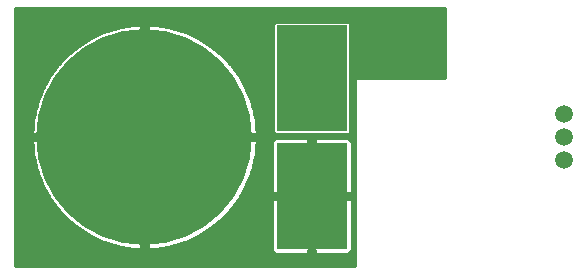
<source format=gbl>
G75*
%MOIN*%
%OFA0B0*%
%FSLAX24Y24*%
%IPPOS*%
%LPD*%
%AMOC8*
5,1,8,0,0,1.08239X$1,22.5*
%
%ADD10C,0.0591*%
%ADD11R,0.2362X0.3543*%
%ADD12C,0.0337*%
%ADD13C,0.7200*%
%ADD14C,0.0160*%
D10*
X018680Y003928D03*
X018680Y004680D03*
X018680Y005432D03*
D11*
X010255Y006649D03*
X010255Y002711D03*
D12*
X011042Y002448D03*
X011042Y001924D03*
X010885Y001452D03*
X010530Y001176D03*
X009979Y001176D03*
X009625Y001452D03*
X009467Y001924D03*
X009467Y002448D03*
X009467Y002975D03*
X009467Y003499D03*
X009625Y003971D03*
X009979Y004247D03*
X010530Y004247D03*
X010885Y003971D03*
X011042Y003499D03*
X011042Y002975D03*
X010530Y005113D03*
X010885Y005389D03*
X011042Y005861D03*
X011042Y006385D03*
X011042Y006912D03*
X011042Y007436D03*
X010885Y007908D03*
X010530Y008184D03*
X009979Y008184D03*
X009625Y007908D03*
X009467Y007436D03*
X009467Y006912D03*
X009467Y006385D03*
X009467Y005861D03*
X009625Y005389D03*
X009979Y005113D03*
D13*
X004680Y004680D03*
D14*
X000410Y008946D02*
X000410Y000410D01*
X011680Y000410D01*
X011680Y006680D01*
X014680Y006680D01*
X014680Y008946D01*
X000410Y008946D01*
X000410Y008898D02*
X014680Y008898D01*
X014680Y008739D02*
X000410Y008739D01*
X000410Y008581D02*
X014680Y008581D01*
X014680Y008422D02*
X011576Y008422D01*
X011576Y008478D02*
X011494Y008560D01*
X009016Y008560D01*
X008934Y008478D01*
X008934Y004819D01*
X009016Y004737D01*
X011494Y004737D01*
X011576Y004819D01*
X011576Y008478D01*
X011576Y008264D02*
X014680Y008264D01*
X014680Y008105D02*
X011576Y008105D01*
X011576Y007947D02*
X014680Y007947D01*
X014680Y007788D02*
X011576Y007788D01*
X011576Y007630D02*
X014680Y007630D01*
X014680Y007471D02*
X011576Y007471D01*
X011576Y007313D02*
X014680Y007313D01*
X014680Y007154D02*
X011576Y007154D01*
X011576Y006996D02*
X014680Y006996D01*
X014680Y006837D02*
X011576Y006837D01*
X011576Y006679D02*
X011680Y006679D01*
X011680Y006520D02*
X011576Y006520D01*
X011576Y006362D02*
X011680Y006362D01*
X011680Y006203D02*
X011576Y006203D01*
X011576Y006045D02*
X011680Y006045D01*
X011680Y005886D02*
X011576Y005886D01*
X011576Y005728D02*
X011680Y005728D01*
X011680Y005569D02*
X011576Y005569D01*
X011576Y005411D02*
X011680Y005411D01*
X011680Y005252D02*
X011576Y005252D01*
X011576Y005094D02*
X011680Y005094D01*
X011680Y004935D02*
X011576Y004935D01*
X011534Y004777D02*
X011680Y004777D01*
X011546Y004627D02*
X011505Y004651D01*
X011460Y004663D01*
X010335Y004663D01*
X010335Y004535D01*
X010308Y004518D01*
X010260Y004469D01*
X010255Y004462D01*
X010250Y004469D01*
X010201Y004518D01*
X010175Y004535D01*
X010175Y004663D01*
X009050Y004663D01*
X009004Y004651D01*
X008963Y004627D01*
X008930Y004594D01*
X008906Y004553D01*
X008894Y004507D01*
X008894Y002791D01*
X009171Y002791D01*
X009197Y002753D01*
X009238Y002711D01*
X009197Y002670D01*
X009171Y002631D01*
X008894Y002631D01*
X008894Y000916D01*
X008906Y000870D01*
X008930Y000829D01*
X008963Y000796D01*
X009004Y000772D01*
X009050Y000760D01*
X010175Y000760D01*
X010175Y000888D01*
X010201Y000905D01*
X010250Y000954D01*
X010255Y000961D01*
X010260Y000954D01*
X010308Y000905D01*
X010335Y000888D01*
X010335Y000760D01*
X011460Y000760D01*
X011505Y000772D01*
X011546Y000796D01*
X011580Y000829D01*
X011604Y000870D01*
X011616Y000916D01*
X011616Y002631D01*
X011338Y002631D01*
X011313Y002670D01*
X011271Y002711D01*
X011313Y002753D01*
X011338Y002791D01*
X011616Y002791D01*
X011616Y004507D01*
X011604Y004553D01*
X011580Y004594D01*
X011546Y004627D01*
X011556Y004618D02*
X011680Y004618D01*
X011680Y004460D02*
X011616Y004460D01*
X011616Y004301D02*
X011680Y004301D01*
X011680Y004143D02*
X011616Y004143D01*
X011616Y003984D02*
X011680Y003984D01*
X011680Y003826D02*
X011616Y003826D01*
X011616Y003667D02*
X011680Y003667D01*
X011680Y003509D02*
X011616Y003509D01*
X011616Y003350D02*
X011680Y003350D01*
X011680Y003192D02*
X011616Y003192D01*
X011616Y003033D02*
X011680Y003033D01*
X011680Y002875D02*
X011616Y002875D01*
X011680Y002716D02*
X011276Y002716D01*
X011616Y002558D02*
X011680Y002558D01*
X011680Y002399D02*
X011616Y002399D01*
X011616Y002241D02*
X011680Y002241D01*
X011680Y002082D02*
X011616Y002082D01*
X011616Y001924D02*
X011680Y001924D01*
X011680Y001765D02*
X011616Y001765D01*
X011616Y001607D02*
X011680Y001607D01*
X011680Y001448D02*
X011616Y001448D01*
X011616Y001290D02*
X011680Y001290D01*
X011680Y001131D02*
X011616Y001131D01*
X011616Y000973D02*
X011680Y000973D01*
X011680Y000814D02*
X011565Y000814D01*
X011680Y000656D02*
X000410Y000656D01*
X000410Y000814D02*
X008945Y000814D01*
X008894Y000973D02*
X005419Y000973D01*
X005474Y000983D02*
X005249Y000941D01*
X005022Y000914D01*
X004794Y000900D01*
X004760Y000900D01*
X004760Y004600D01*
X004760Y004760D01*
X008460Y004760D01*
X008460Y004794D01*
X008446Y005022D01*
X008419Y005249D01*
X008377Y005474D01*
X008323Y005696D01*
X008255Y005914D01*
X008174Y006127D01*
X008080Y006336D01*
X007974Y006538D01*
X007856Y006733D01*
X007726Y006921D01*
X007585Y007101D01*
X007434Y007272D01*
X007272Y007434D01*
X007101Y007585D01*
X006921Y007726D01*
X006733Y007856D01*
X006538Y007974D01*
X006336Y008080D01*
X006127Y008174D01*
X005914Y008255D01*
X005696Y008323D01*
X005474Y008377D01*
X005249Y008419D01*
X005022Y008446D01*
X004794Y008460D01*
X004760Y008460D01*
X004760Y004760D01*
X004600Y004760D01*
X004600Y008460D01*
X004566Y008460D01*
X004338Y008446D01*
X004111Y008419D01*
X003886Y008377D01*
X003664Y008323D01*
X003446Y008255D01*
X003233Y008174D01*
X003024Y008080D01*
X002822Y007974D01*
X002627Y007856D01*
X002439Y007726D01*
X002259Y007585D01*
X002088Y007434D01*
X001926Y007272D01*
X001775Y007101D01*
X001634Y006921D01*
X001504Y006733D01*
X001386Y006538D01*
X001280Y006336D01*
X001186Y006127D01*
X001105Y005914D01*
X001037Y005696D01*
X000983Y005474D01*
X000941Y005249D01*
X000914Y005022D01*
X000900Y004794D01*
X000900Y004760D01*
X004600Y004760D01*
X004600Y004600D01*
X004760Y004600D01*
X008460Y004600D01*
X008460Y004566D01*
X008446Y004338D01*
X008419Y004111D01*
X008377Y003886D01*
X008323Y003664D01*
X008255Y003446D01*
X008174Y003233D01*
X008080Y003024D01*
X007974Y002822D01*
X007856Y002627D01*
X007726Y002439D01*
X007585Y002259D01*
X007434Y002088D01*
X007272Y001926D01*
X007101Y001775D01*
X006921Y001634D01*
X006733Y001504D01*
X006538Y001386D01*
X006336Y001280D01*
X006127Y001186D01*
X005914Y001105D01*
X005696Y001037D01*
X005474Y000983D01*
X005982Y001131D02*
X008894Y001131D01*
X008894Y001290D02*
X006354Y001290D01*
X006640Y001448D02*
X008894Y001448D01*
X008894Y001607D02*
X006881Y001607D01*
X007088Y001765D02*
X008894Y001765D01*
X008894Y001924D02*
X007269Y001924D01*
X007428Y002082D02*
X008894Y002082D01*
X008894Y002241D02*
X007569Y002241D01*
X007695Y002399D02*
X008894Y002399D01*
X008894Y002558D02*
X007808Y002558D01*
X007910Y002716D02*
X009234Y002716D01*
X008894Y002875D02*
X008001Y002875D01*
X008084Y003033D02*
X008894Y003033D01*
X008894Y003192D02*
X008155Y003192D01*
X008218Y003350D02*
X008894Y003350D01*
X008894Y003509D02*
X008274Y003509D01*
X008323Y003667D02*
X008894Y003667D01*
X008894Y003826D02*
X008363Y003826D01*
X008395Y003984D02*
X008894Y003984D01*
X008894Y004143D02*
X008422Y004143D01*
X008442Y004301D02*
X008894Y004301D01*
X008894Y004460D02*
X008454Y004460D01*
X008460Y004777D02*
X008976Y004777D01*
X008934Y004935D02*
X008451Y004935D01*
X008438Y005094D02*
X008934Y005094D01*
X008934Y005252D02*
X008418Y005252D01*
X008389Y005411D02*
X008934Y005411D01*
X008934Y005569D02*
X008354Y005569D01*
X008313Y005728D02*
X008934Y005728D01*
X008934Y005886D02*
X008263Y005886D01*
X008205Y006045D02*
X008934Y006045D01*
X008934Y006203D02*
X008140Y006203D01*
X008066Y006362D02*
X008934Y006362D01*
X008934Y006520D02*
X007983Y006520D01*
X007889Y006679D02*
X008934Y006679D01*
X008934Y006837D02*
X007784Y006837D01*
X007668Y006996D02*
X008934Y006996D01*
X008934Y007154D02*
X007538Y007154D01*
X007393Y007313D02*
X008934Y007313D01*
X008934Y007471D02*
X007230Y007471D01*
X007044Y007630D02*
X008934Y007630D01*
X008934Y007788D02*
X006831Y007788D01*
X006583Y007947D02*
X008934Y007947D01*
X008934Y008105D02*
X006280Y008105D01*
X005886Y008264D02*
X008934Y008264D01*
X008934Y008422D02*
X005221Y008422D01*
X004760Y008422D02*
X004600Y008422D01*
X004600Y008264D02*
X004760Y008264D01*
X004760Y008105D02*
X004600Y008105D01*
X004600Y007947D02*
X004760Y007947D01*
X004760Y007788D02*
X004600Y007788D01*
X004600Y007630D02*
X004760Y007630D01*
X004760Y007471D02*
X004600Y007471D01*
X004600Y007313D02*
X004760Y007313D01*
X004760Y007154D02*
X004600Y007154D01*
X004600Y006996D02*
X004760Y006996D01*
X004760Y006837D02*
X004600Y006837D01*
X004600Y006679D02*
X004760Y006679D01*
X004760Y006520D02*
X004600Y006520D01*
X004600Y006362D02*
X004760Y006362D01*
X004760Y006203D02*
X004600Y006203D01*
X004600Y006045D02*
X004760Y006045D01*
X004760Y005886D02*
X004600Y005886D01*
X004600Y005728D02*
X004760Y005728D01*
X004760Y005569D02*
X004600Y005569D01*
X004600Y005411D02*
X004760Y005411D01*
X004760Y005252D02*
X004600Y005252D01*
X004600Y005094D02*
X004760Y005094D01*
X004760Y004935D02*
X004600Y004935D01*
X004600Y004777D02*
X004760Y004777D01*
X004760Y004618D02*
X008954Y004618D01*
X010175Y004618D02*
X010335Y004618D01*
X004760Y004460D02*
X004600Y004460D01*
X004600Y004600D02*
X004600Y000900D01*
X004566Y000900D01*
X004338Y000914D01*
X004111Y000941D01*
X003886Y000983D01*
X003664Y001037D01*
X003446Y001105D01*
X003233Y001186D01*
X003024Y001280D01*
X002822Y001386D01*
X002627Y001504D01*
X002439Y001634D01*
X002259Y001775D01*
X002088Y001926D01*
X001926Y002088D01*
X001775Y002259D01*
X001634Y002439D01*
X001504Y002627D01*
X001386Y002822D01*
X001280Y003024D01*
X001186Y003233D01*
X001105Y003446D01*
X001037Y003664D01*
X000983Y003886D01*
X000941Y004111D01*
X000914Y004338D01*
X000900Y004566D01*
X000900Y004600D01*
X004600Y004600D01*
X004600Y004618D02*
X000410Y004618D01*
X000410Y004460D02*
X000906Y004460D01*
X000918Y004301D02*
X000410Y004301D01*
X000410Y004143D02*
X000938Y004143D01*
X000965Y003984D02*
X000410Y003984D01*
X000410Y003826D02*
X000997Y003826D01*
X001037Y003667D02*
X000410Y003667D01*
X000410Y003509D02*
X001086Y003509D01*
X001142Y003350D02*
X000410Y003350D01*
X000410Y003192D02*
X001205Y003192D01*
X001276Y003033D02*
X000410Y003033D01*
X000410Y002875D02*
X001359Y002875D01*
X001450Y002716D02*
X000410Y002716D01*
X000410Y002558D02*
X001552Y002558D01*
X001665Y002399D02*
X000410Y002399D01*
X000410Y002241D02*
X001791Y002241D01*
X001932Y002082D02*
X000410Y002082D01*
X000410Y001924D02*
X002091Y001924D01*
X002272Y001765D02*
X000410Y001765D01*
X000410Y001607D02*
X002479Y001607D01*
X002720Y001448D02*
X000410Y001448D01*
X000410Y001290D02*
X003006Y001290D01*
X003378Y001131D02*
X000410Y001131D01*
X000410Y000973D02*
X003941Y000973D01*
X004600Y000973D02*
X004760Y000973D01*
X004760Y001131D02*
X004600Y001131D01*
X004600Y001290D02*
X004760Y001290D01*
X004760Y001448D02*
X004600Y001448D01*
X004600Y001607D02*
X004760Y001607D01*
X004760Y001765D02*
X004600Y001765D01*
X004600Y001924D02*
X004760Y001924D01*
X004760Y002082D02*
X004600Y002082D01*
X004600Y002241D02*
X004760Y002241D01*
X004760Y002399D02*
X004600Y002399D01*
X004600Y002558D02*
X004760Y002558D01*
X004760Y002716D02*
X004600Y002716D01*
X004600Y002875D02*
X004760Y002875D01*
X004760Y003033D02*
X004600Y003033D01*
X004600Y003192D02*
X004760Y003192D01*
X004760Y003350D02*
X004600Y003350D01*
X004600Y003509D02*
X004760Y003509D01*
X004760Y003667D02*
X004600Y003667D01*
X004600Y003826D02*
X004760Y003826D01*
X004760Y003984D02*
X004600Y003984D01*
X004600Y004143D02*
X004760Y004143D01*
X004760Y004301D02*
X004600Y004301D01*
X001220Y006203D02*
X000410Y006203D01*
X000410Y006362D02*
X001294Y006362D01*
X001377Y006520D02*
X000410Y006520D01*
X000410Y006679D02*
X001471Y006679D01*
X001576Y006837D02*
X000410Y006837D01*
X000410Y006996D02*
X001692Y006996D01*
X001822Y007154D02*
X000410Y007154D01*
X000410Y007313D02*
X001967Y007313D01*
X002130Y007471D02*
X000410Y007471D01*
X000410Y007630D02*
X002316Y007630D01*
X002529Y007788D02*
X000410Y007788D01*
X000410Y007947D02*
X002777Y007947D01*
X003080Y008105D02*
X000410Y008105D01*
X000410Y008264D02*
X003474Y008264D01*
X004139Y008422D02*
X000410Y008422D01*
X000410Y006045D02*
X001155Y006045D01*
X001097Y005886D02*
X000410Y005886D01*
X000410Y005728D02*
X001047Y005728D01*
X001006Y005569D02*
X000410Y005569D01*
X000410Y005411D02*
X000971Y005411D01*
X000942Y005252D02*
X000410Y005252D01*
X000410Y005094D02*
X000922Y005094D01*
X000909Y004935D02*
X000410Y004935D01*
X000410Y004777D02*
X000900Y004777D01*
X000410Y000497D02*
X011680Y000497D01*
X010335Y000814D02*
X010175Y000814D01*
M02*

</source>
